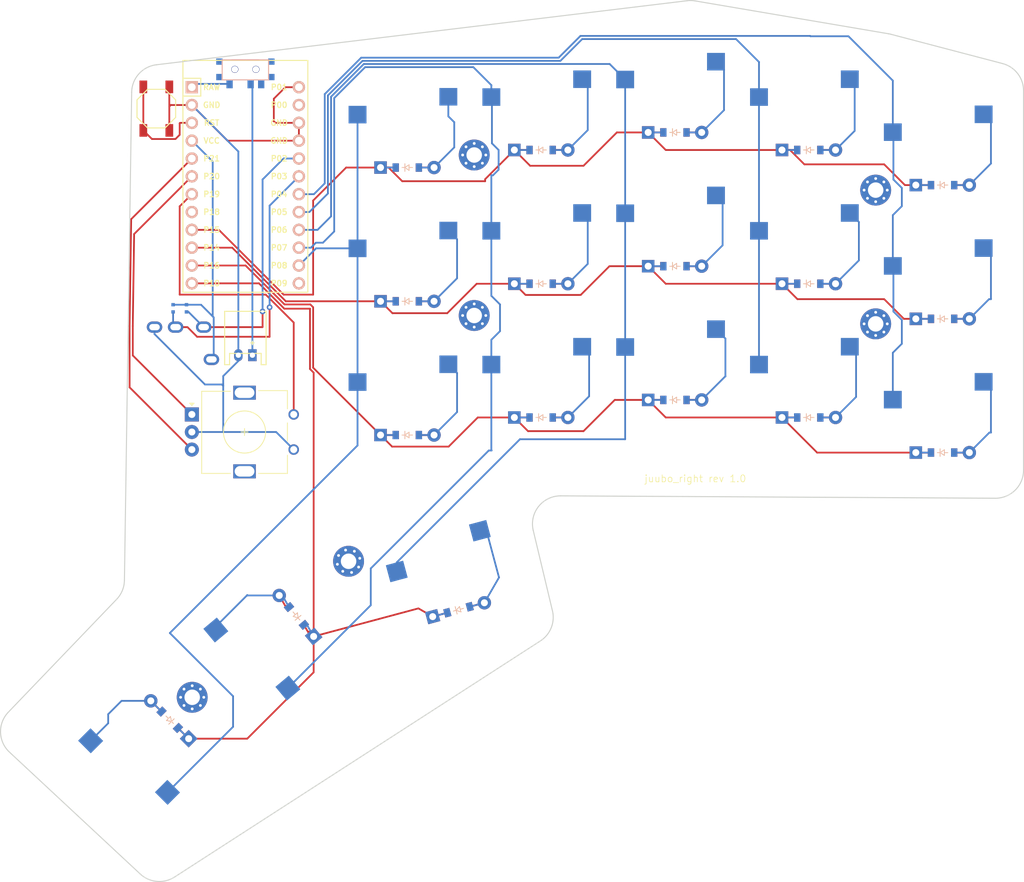
<source format=kicad_pcb>
(kicad_pcb (version 20221018) (generator pcbnew)
  (title_block (title "juubo_right") (rev "v1.0.0") (company "Unknown"))
  (layers (0 "F.Cu" signal) (31 "B.Cu" signal) (34 "B.Paste" user) (35 "F.Paste" user) (36 "B.SilkS" user "B.Silkscreen") (37 "F.SilkS" user "F.Silkscreen") (38 "B.Mask" user) (39 "F.Mask" user) (44 "Edge.Cuts" user))
  (net 0 "")
  (net 1 "P19")
  (net 2 "GND")
  (net 3 "P20")
  (net 4 "P21")
  (net 5 "P4")
  (net 6 "mirror_pinky_bottom")
  (net 7 "mirror_pinky_home")
  (net 8 "mirror_pinky_top")
  (net 9 "P5")
  (net 10 "mirror_ring_bottom")
  (net 11 "mirror_ring_home")
  (net 12 "mirror_ring_top")
  (net 13 "P6")
  (net 14 "mirror_middle_bottom")
  (net 15 "mirror_middle_home")
  (net 16 "mirror_middle_top")
  (net 17 "P7")
  (net 18 "mirror_index_bottom")
  (net 19 "mirror_index_home")
  (net 20 "mirror_index_top")
  (net 21 "P8")
  (net 22 "mirror_inner_bottom")
  (net 23 "mirror_inner_home")
  (net 24 "mirror_inner_top")
  (net 25 "mirror_layer_cluster")
  (net 26 "mirror_space_cluster")
  (net 27 "mirror_extra_cluster")
  (net 28 "P16")
  (net 29 "P14")
  (net 30 "P15")
  (net 31 "P10")
  (net 32 "RAW")
  (net 33 "RST")
  (net 34 "VCC")
  (net 35 "P18")
  (net 36 "P0")
  (net 37 "P2")
  (net 38 "P3")
  (net 39 "P9")
  (net 40 "B+")
  (footprint "E73:SPDT_C128955" (layer "F.Cu") (at 291.952306 52.309506)
    (fp_text reference "T1" hide)
    (fp_text value "" hide)
  )
  (footprint "E73:SW_TACT_ALPS_SKQGABE010" (layer "F.Cu") (at 279.274804 57.909003 -90)
    (fp_text reference "B1" hide)
    (fp_text value "" hide)
  )
  (footprint "ComboDiode" (layer "F.Cu") (at 334.052303 101.899005)
    (fp_text reference "D10" hide)
    (fp_text value "" hide)
  )
  (footprint "MountingHole_2.2mm_M2_Pad_Via" (layer "F.Cu") (at 324.527304 64.514005)
    (fp_text reference "_2" hide)
    (fp_text value "")
  )
  (footprint "ComboDiode" (layer "F.Cu") (at 391.202306 106.899003)
    (fp_text reference "D1" hide)
    (fp_text value "" hide)
  )
  (footprint "ComboDiode" (layer "F.Cu") (at 353.102303 80.349006)
    (fp_text reference "D8" hide)
    (fp_text value "" hide)
  )
  (footprint "MX" (layer "F.Cu") (at 315.002303 99.399003)
    (fp_text reference "S13" hide)
    (fp_text value "" hide)
  )
  (footprint "TRRS-PJ-320A-dual" (layer "F.Cu") (at 275.817306 89.029005 90)
    (fp_text reference "TRRS1")
    (fp_text value "TRRS-PJ-320A-dual")
  )
  (footprint "ComboDiode" (layer "F.Cu") (at 315.002307 85.349004)
    (fp_text reference "D14" hide)
    (fp_text value "" hide)
  )
  (footprint "MountingHole_2.2mm_M2_Pad_Via" (layer "F.Cu") (at 324.527308 87.374005)
    (fp_text reference "_6" hide)
    (fp_text value "")
  )
  (footprint "MX" (layer "F.Cu") (at 372.152304 96.899007)
    (fp_text reference "S4" hide)
    (fp_text value "" hide)
  )
  (footprint "MX" (layer "F.Cu") (at 372.152305 58.799003)
    (fp_text reference "S6" hide)
    (fp_text value "" hide)
  )
  (footprint "MX" (layer "F.Cu") (at 315.002305 80.349004)
    (fp_text reference "S14" hide)
    (fp_text value "" hide)
  )
  (footprint "ComboDiode" (layer "F.Cu") (at 391.202303 87.849005)
    (fp_text reference "D2" hide)
    (fp_text value "" hide)
  )
  (footprint "MX" (layer "F.Cu") (at 353.102305 75.349005)
    (fp_text reference "S8" hide)
    (fp_text value "" hide)
  )
  (footprint "MountingHole_2.2mm_M2_Pad_Via" (layer "F.Cu") (at 381.677304 69.514005)
    (fp_text reference "_1" hide)
    (fp_text value "")
  )
  (footprint "ComboDiode" (layer "F.Cu") (at 334.052306 63.799006)
    (fp_text reference "D12" hide)
    (fp_text value "" hide)
  )
  (footprint "ComboDiode" (layer "F.Cu") (at 372.152303 101.899007)
    (fp_text reference "D4" hide)
    (fp_text value "" hide)
  )
  (footprint "ComboDiode" (layer "F.Cu") (at 353.102302 99.399004)
    (fp_text reference "D7" hide)
    (fp_text value "" hide)
  )
  (footprint "JST_PH_S2B-PH-K_02x2.00mm_Angled" (layer "F.Cu") (at 291.952304 93.026507 180)
    (fp_text reference "JST1" hide)
    (fp_text value "" hide)
  )
  (footprint "MX" (layer "F.Cu") (at 277.647101 148.489312 135)
    (fp_text reference "S18" hide)
    (fp_text value "" hide)
  )
  (footprint "MX" (layer "F.Cu") (at 353.102306 94.399003)
    (fp_text reference "S7" hide)
    (fp_text value "" hide)
  )
  (footprint "MX" (layer "F.Cu") (at 295.39165 133.381914 130)
    (fp_text reference "S17" hide)
    (fp_text value "" hide)
  )
  (footprint "ComboDiode" (layer "F.Cu") (at 315.002301 104.39901)
    (fp_text reference "D13" hide)
    (fp_text value "" hide)
  )
  (footprint "ProMicro" (layer "F.Cu") (at 291.952304 68.824005 -90)
    (fp_text reference "MCU1" hide)
    (fp_text value "" hide)
  )
  (footprint "ComboDiode" (layer "F.Cu") (at 372.152304 63.799004)
    (fp_text reference "D6" hide)
    (fp_text value "" hide)
  )
  (footprint "ComboDiode" (layer "F.Cu") (at 334.052306 82.849006)
    (fp_text reference "D11" hide)
    (fp_text value "" hide)
  )
  (footprint "MX" (layer "F.Cu") (at 334.052307 58.799004)
    (fp_text reference "S12" hide)
    (fp_text value "" hide)
  )
  (footprint "ComboDiode" (layer "F.Cu") (at 299.221873 130.167974 130)
    (fp_text reference "D17" hide)
    (fp_text value "" hide)
  )
  (footprint "ComboDiode" (layer "F.Cu") (at 315.002302 66.299007)
    (fp_text reference "D15" hide)
    (fp_text value "" hide)
  )
  (footprint "ComboDiode" (layer "F.Cu") (at 322.296401 129.278635 15)
    (fp_text reference "D16" hide)
    (fp_text value "" hide)
  )
  (footprint "MX" (layer "F.Cu") (at 321.002306 124.449005 15)
    (fp_text reference "S16" hide)
    (fp_text value "" hide)
  )
  (footprint "ComboDiode" (layer "F.Cu") (at 281.182636 144.953779 135)
    (fp_text reference "D18" hide)
    (fp_text value "" hide)
  )
  (footprint "ComboDiode" (layer "F.Cu") (at 391.202303 68.799001)
    (fp_text reference "D3" hide)
    (fp_text value "" hide)
  )
  (footprint "MX" (layer "F.Cu") (at 315.002302 61.299005)
    (fp_text reference "S15" hide)
    (fp_text value "" hide)
  )
  (footprint "ComboDiode" (layer "F.Cu") (at 372.152308 82.849005)
    (fp_text reference "D5" hide)
    (fp_text value "" hide)
  )
  (footprint "MountingHole_2.2mm_M2_Pad_Via" (layer "F.Cu") (at 284.382293 141.75412 135)
    (fp_text reference "_5" hide)
    (fp_text value "")
  )
  (footprint "MountingHole_2.2mm_M2_Pad_Via" (layer "F.Cu") (at 306.64253 122.380088 15)
    (fp_text reference "_4" hide)
    (fp_text value "")
  )
  (footprint "MX" (layer "F.Cu") (at 391.202306 101.899006)
    (fp_text reference "S1" hide)
    (fp_text value "" hide)
  )
  (footprint "ComboDiode" (layer "F.Cu") (at 353.102304 61.299004)
    (fp_text reference "D9" hide)
    (fp_text value "" hide)
  )
  (footprint "MX" (layer "F.Cu") (at 391.202307 82.849002)
    (fp_text reference "S2" hide)
    (fp_text value "" hide)
  )
  (footprint "MX" (layer "F.Cu") (at 334.052306 77.849003)
    (fp_text reference "S11" hide)
    (fp_text value "" hide)
  )
  (footprint "MX" (layer "F.Cu") (at 353.102303 56.299002)
    (fp_text reference "S9" hide)
    (fp_text value "" hide)
  )
  (footprint "MountingHole_2.2mm_M2_Pad_Via" (layer "F.Cu") (at 381.677304 88.564004)
    (fp_text reference "_3" hide)
    (fp_text value "")
  )
  (footprint "MX" (layer "F.Cu") (at 391.202302 63.799003)
    (fp_text reference "S3" hide)
    (fp_text value "" hide)
  )
  (footprint "MX" (layer "F.Cu") (at 372.152305 77.849003)
    (fp_text reference "S5" hide)
    (fp_text value "" hide)
  )
  (footprint "MX" (layer "F.Cu") (at 334.052308 96.899004)
    (fp_text reference "S10" hide)
    (fp_text value "" hide)
  )
  (footprint "rotary_encoder" (layer "F.Cu") (at 291.952305 104.009002)
    (fp_text reference "ROT1" hide)
    (fp_text value "")
  )
  (footprint "RES_ERJ2RKF4701X" (layer "B.Cu") (at 281.664801 86.349005 -90)
    (fp_text reference "DISP1" hide)
    (fp_text value "RES_ERJ2RKF4701X")
  )
  (footprint "RES_ERJ2RKF4701X" (layer "B.Cu") (at 283.569806 86.349009 -90)
    (fp_text reference "DISP2" hide)
    (fp_text value "RES_ERJ2RKF4701X")
  )
  (gr_arc (start 274.733342 125.090784) (mid 274.433962 126.550834) (end 273.620867 127.799935) (stroke (width 0.15)) (layer "Edge.Cuts"))
  (gr_arc (start 332.931327 117.991207) (mid 333.688884 114.575133) (end 336.843869 113.062009) (stroke (width 0.15)) (layer "Edge.Cuts"))
  (gr_arc (start 275.765445 55.572019) (mid 276.791626 52.955763) (end 279.285512 51.660238) (stroke (width 0.15)) (layer "Edge.Cuts"))
  (gr_line (start 335.665126 129.436906) (end 332.931327 117.991207) (stroke (width 0.15)) (layer "Edge.Cuts"))
  (gr_arc (start 281.877228 167.351618) (mid 279.3537 167.975765) (end 276.979476 166.917081) (stroke (width 0.15)) (layer "Edge.Cuts"))
  (gr_arc (start 383.503049 47.244386) (mid 383.676481 47.277819) (end 383.848267 47.318876) (stroke (width 0.15)) (layer "Edge.Cuts"))
  (gr_line (start 383.503049 47.244386) (end 355.980172 42.566373) (stroke (width 0.15)) (layer "Edge.Cuts"))
  (gr_line (start 399.742776 51.490665) (end 383.848267 47.318876) (stroke (width 0.15)) (layer "Edge.Cuts"))
  (gr_line (start 354.830412 42.538659) (end 279.285512 51.660238) (stroke (width 0.15)) (layer "Edge.Cuts"))
  (gr_arc (start 399.742776 51.490665) (mid 401.894469 52.916456) (end 402.727304 55.359621) (stroke (width 0.15)) (layer "Edge.Cuts"))
  (gr_arc (start 258.368736 149.565553) (mid 257.098021 146.751786) (end 258.209373 143.87135) (stroke (width 0.15)) (layer "Edge.Cuts"))
  (gr_arc (start 335.665126 129.436906) (mid 335.48705 131.855267) (end 333.944592 133.726364) (stroke (width 0.15)) (layer "Edge.Cuts"))
  (gr_line (start 402.727302 109.401968) (end 402.727304 55.359621) (stroke (width 0.15)) (layer "Edge.Cuts"))
  (gr_line (start 258.368736 149.565553) (end 276.979476 166.917081) (stroke (width 0.15)) (layer "Edge.Cuts"))
  (gr_line (start 275.765447 55.572019) (end 274.733342 125.090784) (stroke (width 0.15)) (layer "Edge.Cuts"))
  (gr_arc (start 402.727303 109.401969) (mid 401.547946 112.238152) (end 398.705323 113.401905) (stroke (width 0.15)) (layer "Edge.Cuts"))
  (gr_line (start 273.620867 127.799935) (end 258.209373 143.87135) (stroke (width 0.15)) (layer "Edge.Cuts"))
  (gr_line (start 336.843869 113.062009) (end 398.705323 113.401905) (stroke (width 0.15)) (layer "Edge.Cuts"))
  (gr_arc (start 354.830412 42.538659) (mid 355.406293 42.510977) (end 355.980172 42.566373) (stroke (width 0.15)) (layer "Edge.Cuts"))
  (gr_line (start 281.877228 167.351618) (end 333.944592 133.726364) (stroke (width 0.15)) (layer "Edge.Cuts"))
  (gr_text "juubo_right rev 1.0" (at 348.7 111.2) (layer "F.SilkS") (effects (font (size 1 1) (thickness 0.1)) (justify left bottom)))
  (segment (start 282.6 84.4) (end 282.6 71.826309) (width 0.25) (layer "F.Cu") (net 1))
  (segment (start 282.6 71.826309) (end 284.332304 70.094005) (width 0.25) (layer "F.Cu") (net 1))
  (segment (start 298.832305 101.469002) (end 298.832305 88.377889) (width 0.25) (layer "F.Cu") (net 1))
  (segment (start 294.854416 84.4) (end 282.6 84.4) (width 0.25) (layer "F.Cu") (net 1))
  (segment (start 298.832305 88.377889) (end 294.854416 84.4) (width 0.25) (layer "F.Cu") (net 1))
  (segment (start 281.330799 57.394005) (end 284.332304 57.394005) (width 0.25) (layer "F.Cu") (net 2))
  (segment (start 296.234005 59.934005) (end 299.572304 59.934005) (width 0.25) (layer "F.Cu") (net 2))
  (segment (start 289.412304 62.474005) (end 284.332304 57.394005) (width 0.25) (layer "F.Cu") (net 2))
  (segment (start 297.645995 54.854005) (end 296 56.5) (width 0.25) (layer "F.Cu") (net 2))
  (segment (start 299.572304 62.474005) (end 299.572304 59.934005) (width 0.25) (layer "F.Cu") (net 2))
  (segment (start 296 59.5) (end 295.9 59.6) (width 0.25) (layer "F.Cu") (net 2))
  (segment (start 296 56.5) (end 296 59.5) (width 0.25) (layer "F.Cu") (net 2))
  (segment (start 281.124804 57.6) (end 281.330799 57.394005) (width 0.25) (layer "F.Cu") (net 2))
  (segment (start 281.124804 54.809003) (end 281.124804 57.6) (width 0.25) (layer "F.Cu") (net 2))
  (segment (start 281.124804 57.6) (end 281.124804 61.009003) (width 0.25) (layer "F.Cu") (net 2))
  (segment (start 299.572304 54.854005) (end 297.645995 54.854005) (width 0.25) (layer "F.Cu") (net 2))
  (segment (start 299.572304 62.474005) (end 289.412304 62.474005) (width 0.25) (layer "F.Cu") (net 2))
  (segment (start 295.9 59.6) (end 296.234005 59.934005) (width 0.25) (layer "F.Cu") (net 2))
  (segment (start 290.952304 93.026507) (end 290.952304 64.014005) (width 0.25) (layer "B.Cu") (net 2))
  (segment (start 288.8 103.969002) (end 296.332305 103.969002) (width 0.25) (layer "B.Cu") (net 2))
  (segment (start 284.332305 103.969002) (end 288.8 103.969002) (width 0.25) (layer "B.Cu") (net 2))
  (segment (start 286.2 97.2) (end 288.6 97.2) (width 0.25) (layer "B.Cu") (net 2))
  (segment (start 296.332305 103.969002) (end 298.832305 106.469002) (width 0.25) (layer "B.Cu") (net 2))
  (segment (start 290.952304 64.014005) (end 284.332304 57.394005) (width 0.25) (layer "B.Cu") (net 2))
  (segment (start 288.8 96) (end 290.952304 93.847696) (width 0.25) (layer "B.Cu") (net 2))
  (segment (start 279.017306 89.029005) (end 279.017306 90.017306) (width 0.25) (layer "B.Cu") (net 2))
  (segment (start 288.8 103.969002) (end 288.8 97.4) (width 0.25) (layer "B.Cu") (net 2))
  (segment (start 290.952304 93.847696) (end 290.952304 93.026507) (width 0.25) (layer "B.Cu") (net 2))
  (segment (start 279.017306 90.017306) (end 286.2 97.2) (width 0.25) (layer "B.Cu") (net 2))
  (segment (start 288.6 97.2) (end 288.8 97.4) (width 0.25) (layer "B.Cu") (net 2))
  (segment (start 288.8 97.4) (end 288.8 96) (width 0.25) (layer "B.Cu") (net 2))
  (segment (start 276.11564 75.770669) (end 284.332304 67.554005) (width 0.25) (layer "F.Cu") (net 3))
  (segment (start 275.921097 93.057794) (end 275.921097 88.874409) (width 0.25) (layer "F.Cu") (net 3))
  (segment (start 284.332305 101.469002) (end 275.921097 93.057794) (width 0.25) (layer "F.Cu") (net 3))
  (segment (start 275.921097 88.874409) (end 276.11564 75.770669) (width 0.25) (layer "F.Cu") (net 3))
  (segment (start 275.471097 97.607794) (end 275.471097 88.871097) (width 0.25) (layer "F.Cu") (net 4))
  (segment (start 284.332305 106.469002) (end 275.471097 97.607794) (width 0.25) (layer "F.Cu") (net 4))
  (segment (start 275.471097 88.871097) (end 275.697087 73.649222) (width 0.25) (layer "F.Cu") (net 4))
  (segment (start 275.697087 73.649222) (end 284.332304 65.014005) (width 0.25) (layer "F.Cu") (net 4))
  (segment (start 385.4 71.8) (end 384.117307 73.082693) (width 0.25) (layer "B.Cu") (net 5))
  (segment (start 384.117302 53.917302) (end 377.8 47.6) (width 0.25) (layer "B.Cu") (net 5))
  (segment (start 372.4 47.6) (end 372.35 47.55) (width 0.25) (layer "B.Cu") (net 5))
  (segment (start 384.202304 61.344005) (end 384.202304 68.002304) (width 0.25) (layer "B.Cu") (net 5))
  (segment (start 384.117307 73.082693) (end 384.117307 80.309002) (width 0.25) (layer "B.Cu") (net 5))
  (segment (start 372.35 47.55) (end 339.65 47.55) (width 0.25) (layer "B.Cu") (net 5))
  (segment (start 384.117307 80.309002) (end 384.202304 80.393999) (width 0.25) (layer "B.Cu") (net 5))
  (segment (start 308.440812 50.65) (end 303.25 55.840812) (width 0.25) (layer "B.Cu") (net 5))
  (segment (start 339.65 47.55) (end 336.55 50.65) (width 0.25) (layer "B.Cu") (net 5))
  (segment (start 384.202304 80.393999) (end 384.202304 86.802304) (width 0.25) (layer "B.Cu") (net 5))
  (segment (start 301.705995 70.094005) (end 299.572304 70.094005) (width 0.25) (layer "B.Cu") (net 5))
  (segment (start 303.25 68.55) (end 301.705995 70.094005) (width 0.25) (layer "B.Cu") (net 5))
  (segment (start 385.4 91.4) (end 384.117306 92.682694) (width 0.25) (layer "B.Cu") (net 5))
  (segment (start 384.117302 61.259003) (end 384.202304 61.344005) (width 0.25) (layer "B.Cu") (net 5))
  (segment (start 384.117306 92.682694) (end 384.117306 99.359006) (width 0.25) (layer "B.Cu") (net 5))
  (segment (start 377.8 47.6) (end 372.4 47.6) (width 0.25) (layer "B.Cu") (net 5))
  (segment (start 303.25 55.840812) (end 303.25 68.55) (width 0.25) (layer "B.Cu") (net 5))
  (segment (start 385.4 69.2) (end 385.4 71.8) (width 0.25) (layer "B.Cu") (net 5))
  (segment (start 384.117302 61.259003) (end 384.117302 53.917302) (width 0.25) (layer "B.Cu") (net 5))
  (segment (start 385.4 88) (end 385.4 91.4) (width 0.25) (layer "B.Cu") (net 5))
  (segment (start 384.202304 86.802304) (end 385.4 88) (width 0.25) (layer "B.Cu") (net 5))
  (segment (start 336.55 50.65) (end 308.440812 50.65) (width 0.25) (layer "B.Cu") (net 5))
  (segment (start 384.202304 68.002304) (end 385.4 69.2) (width 0.25) (layer "B.Cu") (net 5))
  (segment (start 392.852304 106.899005) (end 395.012305 106.899) (width 0.25) (layer "F.Cu") (net 6))
  (segment (start 398.087144 104.044341) (end 398.087146 97.861846) (width 0.25) (layer "B.Cu") (net 6))
  (segment (start 395.012305 106.899) (end 392.852304 106.899005) (width 0.25) (layer "B.Cu") (net 6))
  (segment (start 395.012307 106.899003) (end 397.866967 104.044345) (width 0.25) (layer "B.Cu") (net 6))
  (segment (start 397.866967 104.044345) (end 398.087144 104.044341) (width 0.25) (layer "B.Cu") (net 6))
  (segment (start 398.087146 97.861846) (end 397.044306 96.819007) (width 0.25) (layer "B.Cu") (net 6))
  (segment (start 395.012306 87.849005) (end 392.852305 87.849003) (width 0.25) (layer "F.Cu") (net 7))
  (segment (start 397.816966 85.044344) (end 398.087147 85.044342) (width 0.25) (layer "B.Cu") (net 7))
  (segment (start 392.852305 87.849003) (end 395.012306 87.849005) (width 0.25) (layer "B.Cu") (net 7))
  (segment (start 395.012307 87.849002) (end 397.816966 85.044344) (width 0.25) (layer "B.Cu") (net 7))
  (segment (start 398.087147 85.044342) (end 398.087145 78.811845) (width 0.25) (layer "B.Cu") (net 7))
  (segment (start 398.087145 78.811845) (end 397.044305 77.769005) (width 0.25) (layer "B.Cu") (net 7))
  (segment (start 392.852305 68.799006) (end 395.012308 68.799003) (width 0.25) (layer "F.Cu") (net 8))
  (segment (start 398.087145 59.761845) (end 397.044306 58.719006) (width 0.25) (layer "B.Cu") (net 8))
  (segment (start 395.012303 68.799003) (end 398.087146 65.724164) (width 0.25) (layer "B.Cu") (net 8))
  (segment (start 398.087146 65.724164) (end 398.087145 59.761845) (width 0.25) (layer "B.Cu") (net 8))
  (segment (start 395.012308 68.799003) (end 392.852305 68.799006) (width 0.25) (layer "B.Cu") (net 8))
  (segment (start 303.7 56.027208) (end 303.7 70) (width 0.25) (layer "B.Cu") (net 9))
  (segment (start 336.8 51.1) (end 308.627208 51.1) (width 0.25) (layer "B.Cu") (net 9))
  (segment (start 365.067305 51.267305) (end 361.8 48) (width 0.25) (layer "B.Cu") (net 9))
  (segment (start 361.8 48) (end 339.9 48) (width 0.25) (layer "B.Cu") (net 9))
  (segment (start 308.627208 51.1) (end 303.7 56.027208) (width 0.25) (layer "B.Cu") (net 9))
  (segment (start 339.9 48) (end 336.8 51.1) (width 0.25) (layer "B.Cu") (net 9))
  (segment (start 365.067305 56.259003) (end 365.067305 51.267305) (width 0.25) (layer "B.Cu") (net 9))
  (segment (start 303.7 70) (end 301.065995 72.634005) (width 0.25) (layer "B.Cu") (net 9))
  (segment (start 301.065995 72.634005) (end 299.572304 72.634005) (width 0.25) (layer "B.Cu") (net 9))
  (segment (start 365.067305 75.309003) (end 365.067304 94.359007) (width 0.25) (layer "B.Cu") (net 9))
  (segment (start 365.067305 56.259003) (end 365.067305 75.309003) (width 0.25) (layer "B.Cu") (net 9))
  (segment (start 375.962306 101.899006) (end 373.802302 101.899004) (width 0.25) (layer "F.Cu") (net 10))
  (segment (start 375.962303 101.899006) (end 378.887147 98.974163) (width 0.25) (layer "B.Cu") (net 10))
  (segment (start 378.887147 98.974163) (end 378.887146 92.711847) (width 0.25) (layer "B.Cu") (net 10))
  (segment (start 373.802302 101.899004) (end 375.962306 101.899006) (width 0.25) (layer "B.Cu") (net 10))
  (segment (start 378.887146 92.711847) (end 377.994303 91.819006) (width 0.25) (layer "B.Cu") (net 10))
  (segment (start 373.802307 82.849003) (end 375.962303 82.849008) (width 0.25) (layer "F.Cu") (net 11))
  (segment (start 379.287146 79.524165) (end 379.287149 74.061847) (width 0.25) (layer "B.Cu") (net 11))
  (segment (start 379.287149 74.061847) (end 377.994304 72.769004) (width 0.25) (layer "B.Cu") (net 11))
  (segment (start 375.962303 82.849004) (end 379.287146 79.524165) (width 0.25) (layer "B.Cu") (net 11))
  (segment (start 375.962303 82.849008) (end 373.802307 82.849003) (width 0.25) (layer "B.Cu") (net 11))
  (segment (start 375.962308 63.799004) (end 373.802305 63.799004) (width 0.25) (layer "F.Cu") (net 12))
  (segment (start 375.962305 63.799006) (end 378.687146 61.074163) (width 0.25) (layer "B.Cu") (net 12))
  (segment (start 373.802305 63.799004) (end 375.962308 63.799004) (width 0.25) (layer "B.Cu") (net 12))
  (segment (start 378.687147 54.411846) (end 377.994303 53.719004) (width 0.25) (layer "B.Cu") (net 12))
  (segment (start 378.687146 61.074163) (end 378.687147 54.411846) (width 0.25) (layer "B.Cu") (net 12))
  (segment (start 331.036512 105) (end 346 105) (width 0.25) (layer "B.Cu") (net 13))
  (segment (start 343.808301 51.55) (end 308.813604 51.55) (width 0.25) (layer "B.Cu") (net 13))
  (segment (start 304.15 73.25) (end 302.225995 75.174005) (width 0.25) (layer "B.Cu") (net 13))
  (segment (start 346.017306 104.982694) (end 346.017306 91.859003) (width 0.25) (layer "B.Cu") (net 13))
  (segment (start 313.501321 123.829286) (end 313.501321 122.535191) (width 0.25) (layer "B.Cu") (net 13))
  (segment (start 313.501321 122.535191) (end 331.036512 105) (width 0.25) (layer "B.Cu") (net 13))
  (segment (start 346.017305 72.809005) (end 346.017306 91.859003) (width 0.25) (layer "B.Cu") (net 13))
  (segment (start 346.017303 53.759002) (end 346.017303 72.809003) (width 0.25) (layer "B.Cu") (net 13))
  (segment (start 308.813604 51.55) (end 304.15 56.213604) (width 0.25) (layer "B.Cu") (net 13))
  (segment (start 302.225995 75.174005) (end 299.572304 75.174005) (width 0.25) (layer "B.Cu") (net 13))
  (segment (start 304.15 56.213604) (end 304.15 73.25) (width 0.25) (layer "B.Cu") (net 13))
  (segment (start 346.017303 72.809003) (end 346.017305 72.809005) (width 0.25) (layer "B.Cu") (net 13))
  (segment (start 346 105) (end 346.017306 104.982694) (width 0.25) (layer "B.Cu") (net 13))
  (segment (start 346.017303 53.759002) (end 343.808301 51.55) (width 0.25) (layer "B.Cu") (net 13))
  (segment (start 354.752305 99.399003) (end 356.912304 99.399004) (width 0.25) (layer "F.Cu") (net 14))
  (segment (start 360.287144 96.044343) (end 360.287143 90.661848) (width 0.25) (layer "B.Cu") (net 14))
  (segment (start 356.912304 99.399004) (end 354.752305 99.399003) (width 0.25) (layer "B.Cu") (net 14))
  (segment (start 360.287143 90.661848) (end 358.944305 89.319003) (width 0.25) (layer "B.Cu") (net 14))
  (segment (start 360.266967 96.044342) (end 360.287144 96.044343) (width 0.25) (layer "B.Cu") (net 14))
  (segment (start 356.912304 99.399005) (end 360.266967 96.044342) (width 0.25) (layer "B.Cu") (net 14))
  (segment (start 356.912303 80.349003) (end 354.752305 80.349002) (width 0.25) (layer "F.Cu") (net 15))
  (segment (start 359.887147 71.211846) (end 358.944306 70.269007) (width 0.25) (layer "B.Cu") (net 15))
  (segment (start 359.887146 77.374164) (end 359.887147 71.211846) (width 0.25) (layer "B.Cu") (net 15))
  (segment (start 356.912303 80.349003) (end 359.887146 77.374164) (width 0.25) (layer "B.Cu") (net 15))
  (segment (start 354.752305 80.349002) (end 356.912303 80.349003) (width 0.25) (layer "B.Cu") (net 15))
  (segment (start 354.752305 61.299006) (end 356.912305 61.299007) (width 0.25) (layer "F.Cu") (net 16))
  (segment (start 356.912304 61.299002) (end 360.087147 58.12416) (width 0.25) (layer "B.Cu") (net 16))
  (segment (start 360.087146 52.361844) (end 358.944304 51.219004) (width 0.25) (layer "B.Cu") (net 16))
  (segment (start 360.087147 58.12416) (end 360.087146 52.361844) (width 0.25) (layer "B.Cu") (net 16))
  (segment (start 356.912305 61.299007) (end 354.752305 61.299006) (width 0.25) (layer "B.Cu") (net 16))
  (segment (start 326.967306 67.432694) (end 326.967306 75.309003) (width 0.25) (layer "B.Cu") (net 17))
  (segment (start 327.2 67.4) (end 327 67.4) (width 0.25) (layer "B.Cu") (net 17))
  (segment (start 328 66.6) (end 327.2 67.4) (width 0.25) (layer "B.Cu") (net 17))
  (segment (start 327 67.4) (end 326.967306 67.432694) (width 0.25) (layer "B.Cu") (net 17))
  (segment (start 327.052304 62.852304) (end 328 63.8) (width 0.25) (layer "B.Cu") (net 17))
  (segment (start 304.6 56.4) (end 304.6 75.4) (width 0.25) (layer "B.Cu") (net 17))
  (segment (start 309.8 128.642066) (end 309.8 123.4) (width 0.25) (layer "B.Cu") (net 17))
  (segment (start 304.6 75.4) (end 303 77) (width 0.25) (layer "B.Cu") (net 17))
  (segment (start 326.967306 75.309003) (end 326.967306 84.567306) (width 0.25) (layer "B.Cu") (net 17))
  (segment (start 324.4 52) (end 309 52) (width 0.25) (layer "B.Cu") (net 17))
  (segment (start 328 63.8) (end 328 66.6) (width 0.25) (layer "B.Cu") (net 17))
  (segment (start 309.8 123.4) (end 326.6 106.6) (width 0.25) (layer "B.Cu") (net 17))
  (segment (start 326.967307 56.259004) (end 327.052304 56.344001) (width 0.25) (layer "B.Cu") (net 17))
  (segment (start 298.000047 140.442019) (end 309.8 128.642066) (width 0.25) (layer "B.Cu") (net 17))
  (segment (start 327 106.6) (end 326.967308 106.567308) (width 0.25) (layer "B.Cu") (net 17))
  (segment (start 326.967308 90.832692) (end 326.967308 94.359004) (width 0.25) (layer "B.Cu") (net 17))
  (segment (start 326.967306 84.567306) (end 328.2 85.8) (width 0.25) (layer "B.Cu") (net 17))
  (segment (start 301.285995 77.714005) (end 299.572304 77.714005) (width 0.25) (layer "B.Cu") (net 17))
  (segment (start 327.052304 56.344001) (end 327.052304 62.852304) (width 0.25) (layer "B.Cu") (net 17))
  (segment (start 303 77) (end 302 77) (width 0.25) (layer "B.Cu") (net 17))
  (segment (start 302 77) (end 301.285995 77.714005) (width 0.25) (layer "B.Cu") (net 17))
  (segment (start 326.967308 106.567308) (end 326.967308 94.359004) (width 0.25) (layer "B.Cu") (net 17))
  (segment (start 326.6 106.6) (end 327 106.6) (width 0.25) (layer "B.Cu") (net 17))
  (segment (start 326.967307 54.567307) (end 324.4 52) (width 0.25) (layer "B.Cu") (net 17))
  (segment (start 326.967307 56.259004) (end 326.967307 54.567307) (width 0.25) (layer "B.Cu") (net 17))
  (segment (start 309 52) (end 304.6 56.4) (width 0.25) (layer "B.Cu") (net 17))
  (segment (start 328.2 89.6) (end 326.967308 90.832692) (width 0.25) (layer "B.Cu") (net 17))
  (segment (start 328.2 85.8) (end 328.2 89.6) (width 0.25) (layer "B.Cu") (net 17))
  (segment (start 337.862303 101.899006) (end 335.702304 101.899003) (width 0.25) (layer "F.Cu") (net 18))
  (segment (start 340.887146 92.811843) (end 339.894307 91.819005) (width 0.25) (layer "B.Cu") (net 18))
  (segment (start 337.862306 101.899005) (end 340.887141 98.874168) (width 0.25) (layer "B.Cu") (net 18))
  (segment (start 340.887141 98.874168) (end 340.887146 92.811843) (width 0.25) (layer "B.Cu") (net 18))
  (segment (start 335.702304 101.899003) (end 337.862303 101.899006) (width 0.25) (layer "B.Cu") (net 18))
  (segment (start 335.702302 82.849006) (end 337.862302 82.849006) (width 0.25) (layer "F.Cu") (net 19))
  (segment (start 337.862302 82.849006) (end 335.702302 82.849006) (width 0.25) (layer "B.Cu") (net 19))
  (segment (start 337.862304 82.849002) (end 340.687146 80.024163) (width 0.25) (layer "B.Cu") (net 19))
  (segment (start 340.687146 80.024163) (end 340.687146 73.56185) (width 0.25) (layer "B.Cu") (net 19))
  (segment (start 340.687146 73.56185) (end 339.894304 72.769006) (width 0.25) (layer "B.Cu") (net 19))
  (segment (start 337.862305 63.799002) (end 335.702303 63.799006) (width 0.25) (layer "F.Cu") (net 20))
  (segment (start 337.862308 63.799006) (end 340.687146 60.974168) (width 0.25) (layer "B.Cu") (net 20))
  (segment (start 340.687144 54.511846) (end 339.894306 53.719006) (width 0.25) (layer "B.Cu") (net 20))
  (segment (start 335.702303 63.799006) (end 337.862305 63.799002) (width 0.25) (layer "B.Cu") (net 20))
  (segment (start 340.687146 60.974168) (end 340.687144 54.511846) (width 0.25) (layer "B.Cu") (net 20))
  (segment (start 290.2 145.956116) (end 290.2 141.6) (width 0.25) (layer "B.Cu") (net 21))
  (segment (start 280.860901 155.295215) (end 290.2 145.956116) (width 0.25) (layer "B.Cu") (net 21))
  (segment (start 307.917305 96.859001) (end 307.917303 96.859003) (width 0.25) (layer "B.Cu") (net 21))
  (segment (start 281.2 132.6) (end 307.917303 105.882697) (width 0.25) (layer "B.Cu") (net 21))
  (segment (start 307.917305 77.809004) (end 307.917305 96.859001) (width 0.25) (layer "B.Cu") (net 21))
  (segment (start 307.917302 58.759005) (end 307.917302 77.809001) (width 0.25) (layer "B.Cu") (net 21))
  (segment (start 307.917302 77.809001) (end 307.917305 77.809004) (width 0.25) (layer "B.Cu") (net 21))
  (segment (start 307.917303 105.882697) (end 307.917303 96.859003) (width 0.25) (layer "B.Cu") (net 21))
  (segment (start 307.917305 77.809004) (end 302.017305 77.809004) (width 0.25) (layer "B.Cu") (net 21))
  (segment (start 302.017305 77.809004) (end 299.572304 80.254005) (width 0.25) (layer "B.Cu") (net 21))
  (segment (start 290.2 141.6) (end 281.2 132.6) (width 0.25) (layer "B.Cu") (net 21))
  (segment (start 316.652303 104.399006) (end 318.812303 104.399008) (width 0.25) (layer "F.Cu") (net 22))
  (segment (start 322.087146 95.561848) (end 320.844306 94.319006) (width 0.25) (layer "B.Cu") (net 22))
  (segment (start 322.087145 101.124166) (end 322.087146 95.561848) (width 0.25) (layer "B.Cu") (net 22))
  (segment (start 318.812303 104.399008) (end 316.652303 104.399006) (width 0.25) (layer "B.Cu") (net 22))
  (segment (start 318.812303 104.399008) (end 322.087145 101.124166) (width 0.25) (layer "B.Cu") (net 22))
  (segment (start 318.812309 85.349001) (end 316.652307 85.349005) (width 0.25) (layer "F.Cu") (net 23))
  (segment (start 322.087146 82.07417) (end 322.087146 76.511848) (width 0.25) (layer "B.Cu") (net 23))
  (segment (start 318.812307 85.349005) (end 322.087146 82.07417) (width 0.25) (layer "B.Cu") (net 23))
  (segment (start 322.087146 76.511848) (end 320.844306 75.269003) (width 0.25) (layer "B.Cu") (net 23))
  (segment (start 316.652307 85.349005) (end 318.812309 85.349001) (width 0.25) (layer "B.Cu") (net 23))
  (segment (start 316.652306 66.299008) (end 318.812306 66.299004) (width 0.25) (layer "F.Cu") (net 24))
  (segment (start 320.844303 59.0015) (end 320.844301 56.219004) (width 0.25) (layer "B.Cu") (net 24))
  (segment (start 321.687148 63.424162) (end 321.687144 59.844342) (width 0.25) (layer "B.Cu") (net 24))
  (segment (start 318.812301 66.299007) (end 321.687148 63.424162) (width 0.25) (layer "B.Cu") (net 24))
  (segment (start 321.687144 59.844342) (end 320.844303 59.0015) (width 0.25) (layer "B.Cu") (net 24))
  (segment (start 318.812306 66.299004) (end 316.652306 66.299008) (width 0.25) (layer "B.Cu") (net 24))
  (segment (start 325.976578 128.292531) (end 323.89018 128.85158) (width 0.25) (layer "F.Cu") (net 25))
  (segment (start 328.057332 124.688565) (end 326.445729 118.673989) (width 0.25) (layer "B.Cu") (net 25))
  (segment (start 325.976578 128.292532) (end 328.057332 124.688565) (width 0.25) (layer "B.Cu") (net 25))
  (segment (start 323.89018 128.85158) (end 325.976578 128.292531) (width 0.25) (layer "B.Cu") (net 25))
  (segment (start 326.445729 118.673989) (end 325.330442 118.030081) (width 0.25) (layer "B.Cu") (net 25))
  (segment (start 296.772851 127.249345) (end 297.648902 128.766712) (width 0.25) (layer "F.Cu") (net 26))
  (segment (start 297.648902 128.766712) (end 298.16127 128.904002) (width 0.25) (layer "F.Cu") (net 26))
  (segment (start 292.279872 127.249344) (end 292.223661 127.193133) (width 0.25) (layer "B.Cu") (net 26))
  (segment (start 297.285222 127.386636) (end 296.772851 127.249345) (width 0.25) (layer "B.Cu") (net 26))
  (segment (start 287.744978 131.671816) (end 287.744979 132.172041) (width 0.25) (layer "B.Cu") (net 26))
  (segment (start 298.16127 128.904002) (end 297.285222 127.386636) (width 0.25) (layer "B.Cu") (net 26))
  (segment (start 292.223661 127.193133) (end 287.744978 131.671816) (width 0.25) (layer "B.Cu") (net 26))
  (segment (start 296.772852 127.249344) (end 292.279872 127.249344) (width 0.25) (layer "B.Cu") (net 26))
  (segment (start 280.015908 143.78705) (end 278.488558 142.259699) (width 0.25) (layer "F.Cu") (net 27))
  (segment (start 278.488558 142.259699) (end 280.015908 143.78705) (width 0.25) (layer "B.Cu") (net 27))
  (segment (start 278.48856 142.259699) (end 274.328669 142.259698) (width 0.25) (layer "B.Cu") (net 27))
  (segment (start 272.424672 144.163695) (end 272.424671 145.449902) (width 0.25) (layer "B.Cu") (net 27))
  (segment (start 272.424671 145.449902) (end 269.924081 147.950492) (width 0.25) (layer "B.Cu") (net 27))
  (segment (start 274.328669 142.259698) (end 272.424672 144.163695) (width 0.25) (layer "B.Cu") (net 27))
  (segment (start 311.192304 104.399008) (end 312.837641 106.044344) (width 0.25) (layer "F.Cu") (net 28))
  (segment (start 349.292303 99.399004) (end 351.792306 101.899007) (width 0.25) (layer "F.Cu") (net 28))
  (segment (start 370.502306 101.899006) (end 368.342302 101.89901) (width 0.25) (layer "F.Cu") (net 28))
  (segment (start 311.192305 104.399008) (end 313.352305 104.399004) (width 0.25) (layer "F.Cu") (net 28))
  (segment (start 344.532485 99.399005) (end 349.292303 99.399004) (width 0.25) (layer "F.Cu") (net 28))
  (segment (start 351.792306 101.899007) (end 368.342302 101.899004) (width 0.25) (layer "F.Cu") (net 28))
  (segment (start 301.6 94.806709) (end 301.6 86.2) (width 0.25) (layer "F.Cu") (net 28))
  (segment (start 340.087145 103.844342) (end 344.532485 99.399005) (width 0.25) (layer "F.Cu") (net 28))
  (segment (start 312.837641 106.044344) (end 320.887146 106.044343) (width 0.25) (layer "F.Cu") (net 28))
  (segment (start 297.526212 85.799004) (end 291.981213 80.254005) (width 0.25) (layer "F.Cu") (net 28))
  (segment (start 301.199004 85.799004) (end 297.526212 85.799004) (width 0.25) (layer "F.Cu") (net 28))
  (segment (start 368.342302 101.899004) (end 373.342298 106.899003) (width 0.25) (layer "F.Cu") (net 28))
  (segment (start 332.402305 101.899002) (end 330.242305 101.899003) (width 0.25) (layer "F.Cu") (net 28))
  (segment (start 373.342298 106.899003) (end 387.392306 106.899005) (width 0.25) (layer "F.Cu") (net 28))
  (segment (start 330.242302 101.899008) (end 332.18764 103.844344) (width 0.25) (layer "F.Cu") (net 28))
  (segment (start 311.192301 104.39901) (end 301.6 94.806709) (width 0.25) (layer "F.Cu") (net 28))
  (segment (start 387.392306 106.899005) (end 389.552299 106.899006) (width 0.25) (layer "F.Cu") (net 28))
  (segment (start 332.18764 103.844344) (end 340.087145 103.844342) (width 0.25) (layer "F.Cu") (net 28))
  (segment (start 320.887146 106.044343) (end 325.032484 101.899006) (width 0.25) (layer "F.Cu") (net 28))
  (segment (start 301.6 86.2) (end 301.199004 85.799004) (width 0.25) (layer "F.Cu") (net 28))
  (segment (start 349.292307 99.399008) (end 351.4523 99.399003) (width 0.25) (layer "F.Cu") (net 28))
  (segment (start 325.032484 101.899006) (end 330.242302 101.899008) (width 0.25) (layer "F.Cu") (net 28))
  (segment (start 291.981213 80.254005) (end 284.332304 80.254005) (width 0.25) (layer "F.Cu") (net 28))
  (segment (start 389.552299 106.899006) (end 387.392306 106.899005) (width 0.25) (layer "B.Cu") (net 28))
  (segment (start 351.4523 99.399003) (end 349.292307 99.399008) (width 0.25) (layer "B.Cu") (net 28))
  (segment (start 313.352305 104.399004) (end 311.192305 104.399008) (width 0.25) (layer "B.Cu") (net 28))
  (segment (start 330.242305 101.899003) (end 332.402305 101.899002) (width 0.25) (layer "B.Cu") (net 28))
  (segment (start 368.342302 101.89901) (end 370.502306 101.899006) (width 0.25) (layer "B.Cu") (net 28))
  (segment (start 351.792305 82.849008) (end 368.342303 82.849006) (width 0.25) (layer "F.Cu") (net 29))
  (segment (start 320.687147 87.044342) (end 324.882481 82.849009) (width 0.25) (layer "F.Cu") (net 29))
  (segment (start 385.691806 87.849002) (end 387.392305 87.849004) (width 0.25) (layer "F.Cu") (net 29))
  (segment (start 382.887148 85.044344) (end 385.691806 87.849002) (width 0.25) (layer "F.Cu") (net 29))
  (segment (start 370.537643 85.044342) (end 382.887148 85.044344) (width 0.25) (layer "F.Cu") (net 29))
  (segment (start 331.837641 84.444342) (end 339.687146 84.444344) (width 0.25) (layer "F.Cu") (net 29))
  (segment (start 313.352307 85.349003) (end 311.192306 85.349004) (width 0.25) (layer "F.Cu") (net 29))
  (segment (start 389.552305 87.849006) (end 387.392305 87.849004) (width 0.25) (layer "F.Cu") (net 29))
  (segment (start 297.712608 85.349004) (end 290.077609 77.714005) (width 0.25) (layer "F.Cu") (net 29))
  (segment (start 349.292302 80.349007) (end 351.792305 82.849008) (width 0.25) (layer "F.Cu") (net 29))
  (segment (start 351.452306 80.349006) (end 349.292304 80.349004) (width 0.25) (layer "F.Cu") (net 29))
  (segment (start 312.887641 87.044341) (end 320.687147 87.044342) (width 0.25) (layer "F.Cu") (net 29))
  (segment (start 343.782481 80.349003) (end 349.292302 80.349007) (width 0.25) (layer "F.Cu") (net 29))
  (segment (start 290.077609 77.714005) (end 284.332304 77.714005) (width 0.25) (layer "F.Cu") (net 29))
  (segment (start 368.342301 82.849002) (end 370.502305 82.849007) (width 0.25) (layer "F.Cu") (net 29))
  (segment (start 368.342303 82.849006) (end 370.537643 85.044342) (width 0.25) (layer "F.Cu") (net 29))
  (segment (start 330.242306 82.849005) (end 331.837641 84.444342) (width 0.25) (layer "F.Cu") (net 29))
  (segment (start 339.687146 84.444344) (end 343.782481 80.349003) (width 0.25) (layer "F.Cu") (net 29))
  (segment (start 324.882481 82.849009) (end 330.242306 82.849005) (width 0.25) (layer "F.Cu") (net 29))
  (segment (start 330.242304 82.849003) (end 332.402301 82.849002) (width 0.25) (layer "F.Cu") (net 29))
  (segment (start 311.192307 85.349004) (end 297.712608 85.349004) (width 0.25) (layer "F.Cu") (net 29))
  (segment (start 311.192306 85.349009) (end 312.887641 87.044341) (width 0.25) (layer "F.Cu") (net 29))
  (segment (start 387.392305 87.849004) (end 389.552305 87.849006) (width 0.25) (layer "B.Cu") (net 29))
  (segment (start 311.192306 85.349004) (end 313.352307 85.349003) (width 0.25) (layer "B.Cu") (net 29))
  (segment (start 332.402301 82.849002) (end 330.242304 82.849003) (width 0.25) (layer "B.Cu") (net 29))
  (segment (start 349.292304 80.349004) (end 351.452306 80.349006) (width 0.25) (layer "B.Cu") (net 29))
  (segment (start 370.502305 82.849007) (end 368.342301 82.849002) (width 0.25) (layer "B.Cu") (net 29))
  (segment (start 368.342303 63.799003) (end 369.481305 63.799006) (width 0.25) (layer "F.Cu") (net 30))
  (segment (start 332.487646 66.044343) (end 340.087144 66.04434) (width 0.25) (layer "F.Cu") (net 30))
  (segment (start 371.526642 65.844342) (end 382.887144 65.844342) (width 0.25) (layer "F.Cu") (net 30))
  (segment (start 326.087145 68.244342) (end 326.087146 67.954168) (width 0.25) (layer "F.Cu") (net 30))
  (segment (start 311.192301 66.299004) (end 312.331303 66.299003) (width 0.25) (layer "F.Cu") (net 30))
  (segment (start 351.792306 63.799007) (end 368.342303 63.799003) (width 0.25) (layer "F.Cu") (net 30))
  (segment (start 385.841805 68.798999) (end 387.392307 68.799002) (width 0.25) (layer "F.Cu") (net 30))
  (segment (start 311.192302 66.299007) (end 306.300993 66.299007) (width 0.25) (layer "F.Cu") (net 30))
  (segment (start 344.832486 61.299001) (end 349.292302 61.299002) (width 0.25) (layer "F.Cu") (net 30))
  (segment (start 326.087146 67.954168) (end 330.242306 63.799006) (width 0.25) (layer "F.Cu") (net 30))
  (segment (start 288.174005 75.174005) (end 284.332304 75.174005) (width 0.25) (layer "F.Cu") (net 30))
  (segment (start 330.242306 63.799006) (end 332.487646 66.044343) (width 0.25) (layer "F.Cu") (net 30))
  (segment (start 370.502302 63.799007) (end 368.342305 63.799002) (width 0.25) (layer "F.Cu") (net 30))
  (segment (start 369.481305 63.799006) (end 371.526642 65.844342) (width 0.25) (layer "F.Cu") (net 30))
  (segment (start 301.6 71) (end 301.6 84.4) (width 0.25) (layer "F.Cu") (net 30))
  (segment (start 349.292302 61.299002) (end 351.792306 63.799007) (width 0.25) (layer "F.Cu") (net 30))
  (segment (start 306.300993 66.299007) (end 301.6 71) (width 0.25) (layer "F.Cu") (net 30))
  (segment (start 382.887144 65.844342) (end 385.841805 68.798999) (width 0.25) (layer "F.Cu") (net 30))
  (segment (start 297.4 84.4) (end 288.174005 75.174005) (width 0.25) (layer "F.Cu") (net 30))
  (segment (start 387.392304 68.799003) (end 389.552306 68.799003) (width 0.25) (layer "F.Cu") (net 30))
  (segment (start 311.192304 66.299005) (end 313.352305 66.299002) (width 0.25) (layer "F.Cu") (net 30))
  (segment (start 340.087144 66.04434) (end 344.832486 61.299001) (width 0.25) (layer "F.Cu") (net 30))
  (segment (start 314.276641 68.244342) (end 326.087145 68.244342) (width 0.25) (layer "F.Cu") (net 30))
  (segment (start 312.331303 66.299003) (end 314.276641 68.244342) (width 0.25) (layer "F.Cu") (net 30))
  (segment (start 349.292301 61.299007) (end 351.452301 61.299007) (width 0.25) (layer "F.Cu") (net 30))
  (segment (start 332.402305 63.799004) (end 330.242304 63.799005) (width 0.25) (layer "F.Cu") (net 30))
  (segment (start 301.6 84.4) (end 297.4 84.4) (width 0.25) (layer "F.Cu") (net 30))
  (segment (start 330.242304 63.799005) (end 332.402305 63.799004) (width 0.25) (layer "B.Cu") (net 30))
  (segment (start 389.552306 68.799003) (end 387.392304 68.799003) (width 0.25) (layer "B.Cu") (net 30))
  (segment (start 313.352305 66.299002) (end 311.192304 66.299005) (width 0.25) (layer "B.Cu") (net 30))
  (segment (start 351.452301 61.299007) (end 349.292301 61.299007) (width 0.25) (layer "B.Cu") (net 30))
  (segment (start 368.342305 63.799002) (end 370.502302 63.799007) (width 0.25) (layer "B.Cu") (net 30))
  (segment (start 301.670894 133.086603) (end 301.670894 95.513999) (width 0.25) (layer "F.Cu") (net 31))
  (segment (start 300.282469 131.431949) (end 301.158524 132.949317) (width 0.25) (layer "F.Cu") (net 31))
  (segment (start 301.670894 133.086603) (end 301 132.415709) (width 0.25) (layer "F.Cu") (net 31))
  (segment (start 301.158524 132.949317) (end 301.670896 133.086603) (width 0.25) (layer "F.Cu") (net 31))
  (segment (start 301.670894 138.194146) (end 301.670894 133.086604) (width 0.25) (layer "F.Cu") (net 31))
  (segment (start 301.15 86.4) (end 297.490812 86.4) (width 0.25) (layer "F.Cu") (net 31))
  (segment (start 283.876714 147.647853) (end 292.217187 147.647853) (width 0.25) (layer "F.Cu") (net 31))
  (segment (start 316.583075 129.090897) (end 318.616224 130.264736) (width 0.25) (layer "F.Cu") (net 31))
  (segment (start 292.217187 147.647853) (end 301.670894 138.194146) (width 0.25) (layer "F.Cu") (net 31))
  (segment (start 301.670894 133.086603) (end 316.583075 129.090897) (width 0.25) (layer "F.Cu") (net 31))
  (segment (start 301.15 94.993105) (end 301.15 86.4) (width 0.25) (layer "F.Cu") (net 31))
  (segment (start 297.490812 86.4) (end 293.884817 82.794005) (width 0.25) (layer "F.Cu") (net 31))
  (segment (start 301.670894 95.513999) (end 301.15 94.993105) (width 0.25) (layer "F.Cu") (net 31))
  (segment (start 293.884817 82.794005) (end 284.332304 82.794005) (width 0.25) (layer "F.Cu") (net 31))
  (segment (start 320.702621 129.705685) (end 318.616223 130.264736) (width 0.25) (layer "F.Cu") (net 31))
  (segment (start 283.876714 147.647854) (end 282.34936 146.120503) (width 0.25) (layer "F.Cu") (net 31))
  (segment (start 282.34936 146.120503) (end 283.876714 147.647854) (width 0.25) (layer "B.Cu") (net 31))
  (segment (start 301.670896 133.086603) (end 300.794841 131.569237) (width 0.25) (layer "B.Cu") (net 31))
  (segment (start 300.794841 131.569237) (end 300.282469 131.431949) (width 0.25) (layer "B.Cu") (net 31))
  (segment (start 318.616223 130.264736) (end 320.702621 129.705685) (width 0.25) (layer "B.Cu") (net 31))
  (segment (start 284.801803 54.384506) (end 284.332304 54.854005) (width 0.25) (layer "B.Cu") (net 32))
  (segment (start 289.702306 54.384506) (end 284.801803 54.384506) (width 0.25) (layer "B.Cu") (net 32))
  (segment (start 282.665995 59.934005) (end 284.332304 59.934005) (width 0.25) (layer "F.Cu") (net 33))
  (segment (start 281.999804 62.234003) (end 282.6 61.633807) (width 0.25) (layer "F.Cu") (net 33))
  (segment (start 277.424804 61.009003) (end 278.649804 62.234003) (width 0.25) (layer "F.Cu") (net 33))
  (segment (start 282.6 60) (end 282.665995 59.934005) (width 0.25) (layer "F.Cu") (net 33))
  (segment (start 277.424804 54.809003) (end 277.424804 61.009003) (width 0.25) (layer "F.Cu") (net 33))
  (segment (start 278.649804 62.234003) (end 281.999804 62.234003) (width 0.25) (layer "F.Cu") (net 33))
  (segment (start 282.6 61.633807) (end 282.6 60) (width 0.25) (layer "F.Cu") (net 33))
  (segment (start 287.117306 93.629005) (end 287.442306 93.304005) (width 0.25) (layer "B.Cu") (net 34))
  (segment (start 283.569806 85.837009) (end 281.664805 85.837009) (width 0.25) (layer "B.Cu") (net 34))
  (segment (start 287.3 87.5) (end 287.3 65.441701) (width 0.25) (layer "B.Cu") (net 34))
  (segment (start 287.442306 87.642306) (end 287.3 87.5) (width 0.25) (layer "B.Cu") (net 34))
  (segment (start 281.664805 85.837009) (end 281.664801 85.837005) (width 0.25) (layer "B.Cu") (net 34))
  (segment (start 285.637009 85.837009) (end 283.569806 85.837009) (width 0.25) (layer "B.Cu") (net 34))
  (segment (start 287.3 65.441701) (end 284.332304 62.474005) (width 0.25) (layer "B.Cu") (net 34))
  (segment (start 287.442306 93.304005) (end 287.442306 87.642306) (width 0.25) (layer "B.Cu") (net 34))
  (segment (start 287.3 87.5) (end 285.637009 85.837009) (width 0.25) (layer "B.Cu") (net 34))
  (segment (start 294.4 89) (end 294.4 86.8) (width 0.25) (layer "F.Cu") (net 37))
  (segment (start 286.017306 89.029005) (end 294.370995 89.029005) (width 0.25) (layer "F.Cu") (net 37))
  (segment (start 294.370995 89.029005) (end 294.4 89) (width 0.25) (layer "F.Cu") (net 37))
  (via (at 294.4 86.8) (size 0.8) (drill 0.4) (layers "F.Cu" "B.Cu") (net 37))
  (segment (start 294.4 86.8) (end 294.4 68) (width 0.25) (layer "B.Cu") (net 37))
  (segment (start 283.84931 86.861009) (end 286.017306 89.029005) (width 0.25) (layer "B.Cu") (net 37))
  (segment (start 294.4 68) (end 297.385995 65.014005) (width 0.25) (layer "B.Cu") (net 37))
  (segment (start 283.569806 86.861009) (end 283.84931 86.861009) (width 0.25) (layer "B.Cu") (net 37))
  (segment (start 297.385995 65.014005) (end 299.572304 65.014005) (width 0.25) (layer "B.Cu") (net 37))
  (segment (start 282.017306 89.029005) (end 283.708296 89.029005) (width 0.25) (layer "F.Cu") (net 38))
  (segment (start 295.4 90.4) (end 295.4 86.2) (width 0.25) (layer "F.Cu") (net 38))
  (segment (start 283.708296 89.029005) (end 285.079291 90.4) (width 0.25) (layer "F.Cu") (net 38))
  (segment (start 285.079291 90.4) (end 295.4 90.4) (width 0.25) (layer "F.Cu") (net 38))
  (via (at 295.4 86.2) (size 0.8) (drill 0.4) (layers "F.Cu" "B.Cu") (net 38))
  (segment (start 281.664801 88.6765) (end 282.017306 89.029005) (width 0.25) (layer "B.Cu") (net 38))
  (segment (start 295.4 86.2) (end 295.4 71.726309) (width 0.25) (layer "B.Cu") (net 38))
  (segment (start 295.4 71.726309) (end 299.572304 67.554005) (width 0.25) (layer "B.Cu") (net 38))
  (segment (start 281.664801 86.861005) (end 281.664801 88.6765) (width 0.25) (layer "B.Cu") (net 38))
  (segment (start 292.952304 54.634504) (end 292.702306 54.384506) (width 0.25) (layer "B.Cu") (net 40))
  (segment (start 292.952304 93.026507) (end 292.952304 54.634504) (width 0.25) (layer "B.Cu") (net 40))
)
</source>
